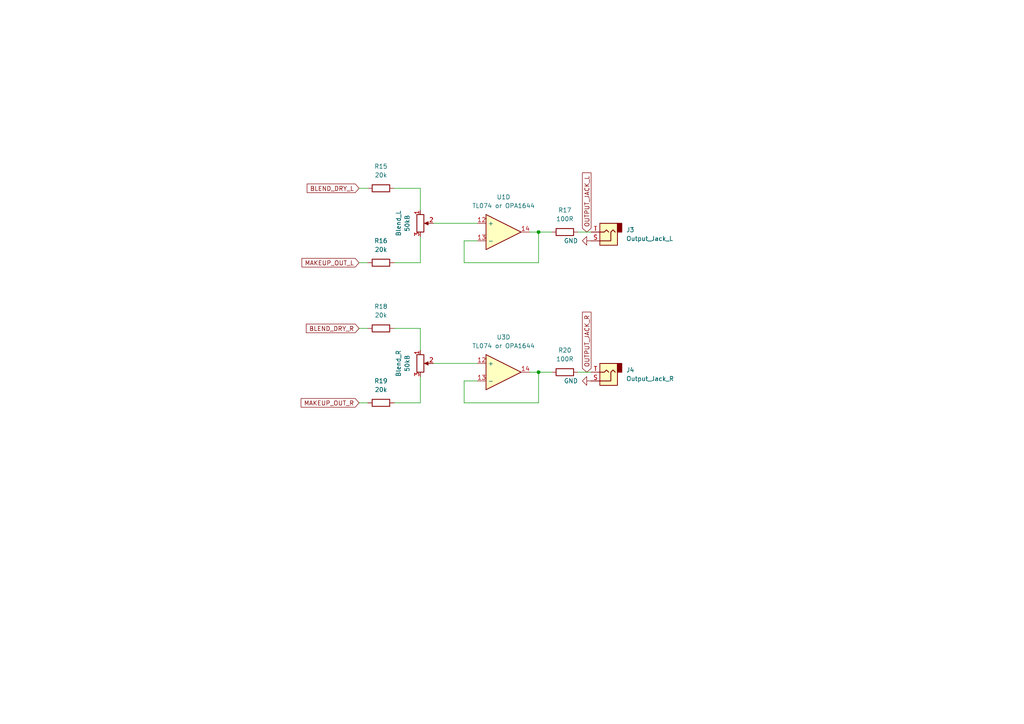
<source format=kicad_sch>
(kicad_sch (version 20250114) (generator "eeschema") (generator_version "9.0")
  (paper "A4")
  (lib_symbols
    (symbol "Connector_Audio:AudioJack2"
      (property "Reference" "J" (at 0 8.89 0))
      (property "Value" "AudioJack2" (at 0 6.35 0))
      (symbol "AudioJack2_0_1"
        (rectangle (start -3.81 0) (end -2.54 -2.54) (stroke (width 0.254)) (fill (type outline)))
        (rectangle (start -2.54 3.81) (end 2.54 -2.54) (stroke (width 0.254)) (fill (type background)))
        (polyline (pts (xy 0 0) (xy 0.635 -0.635) (xy 1.27 0) (xy 2.54 0)) (stroke (width 0.254)))
        (polyline (pts (xy 2.54 2.54) (xy -0.635 2.54) (xy -0.635 0) (xy -1.27 -0.635) (xy -1.905 0)) (stroke (width 0.254)))
      )
      (symbol "AudioJack2_1_1"
        (pin passive line (at 5.08 2.54 180) (length 2.54) (name "~") (number "S"))
        (pin passive line (at 5.08 0 180) (length 2.54) (name "~") (number "T"))
      )
    )
    (symbol "Device:Opamp_Quad"
      (property "Reference" "U" (at 0 5.08 0))
      (property "Value" "Opamp_Quad" (at 0 -5.08 0))
      (symbol "Opamp_Quad_1_1"
        (polyline (pts (xy -5.08 5.08) (xy 5.08 0) (xy -5.08 -5.08) (xy -5.08 5.08)) (stroke (width 0.254)) (fill (type background)))
        (pin input line (at -7.62 2.54 0) (length 2.54) (name "+") (number "3"))
        (pin input line (at -7.62 -2.54 0) (length 2.54) (name "-") (number "2"))
        (pin output line (at 7.62 0 180) (length 2.54) (name "~") (number "1"))
      )
      (symbol "Opamp_Quad_2_1"
        (polyline (pts (xy -5.08 5.08) (xy 5.08 0) (xy -5.08 -5.08) (xy -5.08 5.08)) (stroke (width 0.254)) (fill (type background)))
        (pin input line (at -7.62 2.54 0) (length 2.54) (name "+") (number "5"))
        (pin input line (at -7.62 -2.54 0) (length 2.54) (name "-") (number "6"))
        (pin output line (at 7.62 0 180) (length 2.54) (name "~") (number "7"))
      )
      (symbol "Opamp_Quad_3_1"
        (polyline (pts (xy -5.08 5.08) (xy 5.08 0) (xy -5.08 -5.08) (xy -5.08 5.08)) (stroke (width 0.254)) (fill (type background)))
        (pin input line (at -7.62 2.54 0) (length 2.54) (name "+") (number "10"))
        (pin input line (at -7.62 -2.54 0) (length 2.54) (name "-") (number "9"))
        (pin output line (at 7.62 0 180) (length 2.54) (name "~") (number "8"))
      )
      (symbol "Opamp_Quad_4_1"
        (polyline (pts (xy -5.08 5.08) (xy 5.08 0) (xy -5.08 -5.08) (xy -5.08 5.08)) (stroke (width 0.254)) (fill (type background)))
        (pin input line (at -7.62 2.54 0) (length 2.54) (name "+") (number "12"))
        (pin input line (at -7.62 -2.54 0) (length 2.54) (name "-") (number "13"))
        (pin output line (at 7.62 0 180) (length 2.54) (name "~") (number "14"))
      )
      (symbol "Opamp_Quad_5_1"
        (pin power_in line (at -2.54 7.62 270) (length 3.81) (name "V+") (number "4"))
        (pin power_in line (at -2.54 -7.62 90) (length 3.81) (name "V-") (number "11"))
      )
    )
    (symbol "Device:R" (pin_numbers (hide yes)) (pin_names (offset 0))
      (property "Reference" "R" (at 2.032 0 90))
      (property "Value" "R" (at 0 0 90))
      (symbol "R_0_1"
        (rectangle (start -1.016 -2.54) (end 1.016 2.54) (stroke (width 0.254)))
      )
      (symbol "R_1_1"
        (pin passive line (at 0 3.81 270) (length 1.27) (name "~") (number "1"))
        (pin passive line (at 0 -3.81 90) (length 1.27) (name "~") (number "2"))
      )
    )
    (symbol "Device:R_Potentiometer" (pin_names (offset 1.016) (hide yes))
      (property "Reference" "RV" (at -4.445 0 90))
      (property "Value" "R_Potentiometer" (at -2.54 0 90))
      (symbol "R_Potentiometer_0_1"
        (rectangle (start 1.016 2.54) (end -1.016 -2.54) (stroke (width 0.254)))
        (polyline (pts (xy 1.143 0) (xy 2.286 0.508) (xy 2.286 -0.508) (xy 1.143 0)) (fill (type outline)))
        (polyline (pts (xy 2.54 0) (xy 1.524 0)))
      )
      (symbol "R_Potentiometer_1_1"
        (pin passive line (at 0 3.81 270) (length 1.27) (name "1") (number "1"))
        (pin passive line (at 0 -3.81 90) (length 1.27) (name "3") (number "3"))
        (pin passive line (at 3.81 0 180) (length 1.27) (name "2") (number "2"))
      )
    )
    (symbol "power:GND" (power) (pin_numbers (hide yes)) (pin_names (offset 0) (hide yes))
      (property "Value" "GND" (at 0 -3.81 0))
      (symbol "GND_0_1"
        (polyline (pts (xy 0 0) (xy 0 -1.27) (xy 1.27 -1.27) (xy 0 -2.54) (xy -1.27 -1.27) (xy 0 -1.27)))
      )
      (symbol "GND_1_1"
        (pin power_in line (at 0 0 270) (length 0) (name "~") (number "1"))
      )
    )
  )
  (junction (at 156.21 107.95))
  (junction (at 156.21 67.31))
  (wire (pts (xy 104.14 54.61) (xy 106.68 54.61)))
  (wire (pts (xy 134.62 76.2) (xy 156.21 76.2)))
  (wire (pts (xy 114.3 116.84) (xy 121.92 116.84)))
  (wire (pts (xy 121.92 68.58) (xy 121.92 76.2)))
  (wire (pts (xy 134.62 116.84) (xy 156.21 116.84)))
  (wire (pts (xy 134.62 69.85) (xy 134.62 76.2)))
  (wire (pts (xy 167.64 67.31) (xy 171.45 67.31)))
  (wire (pts (xy 114.3 95.25) (xy 121.92 95.25)))
  (wire (pts (xy 114.3 76.2) (xy 121.92 76.2)))
  (wire (pts (xy 121.92 95.25) (xy 121.92 101.6)))
  (wire (pts (xy 114.3 54.61) (xy 121.92 54.61)))
  (wire (pts (xy 104.14 76.2) (xy 106.68 76.2)))
  (wire (pts (xy 167.64 107.95) (xy 171.45 107.95)))
  (wire (pts (xy 125.73 64.77) (xy 138.43 64.77)))
  (wire (pts (xy 156.21 67.31) (xy 160.02 67.31)))
  (wire (pts (xy 121.92 109.22) (xy 121.92 116.84)))
  (wire (pts (xy 104.14 116.84) (xy 106.68 116.84)))
  (wire (pts (xy 121.92 54.61) (xy 121.92 60.96)))
  (wire (pts (xy 125.73 105.41) (xy 138.43 105.41)))
  (wire (pts (xy 138.43 110.49) (xy 134.62 110.49)))
  (wire (pts (xy 156.21 116.84) (xy 156.21 107.95)))
  (wire (pts (xy 153.67 67.31) (xy 156.21 67.31)))
  (wire (pts (xy 138.43 69.85) (xy 134.62 69.85)))
  (wire (pts (xy 134.62 110.49) (xy 134.62 116.84)))
  (wire (pts (xy 156.21 76.2) (xy 156.21 67.31)))
  (wire (pts (xy 156.21 107.95) (xy 160.02 107.95)))
  (wire (pts (xy 153.67 107.95) (xy 156.21 107.95)))
  (wire (pts (xy 104.14 95.25) (xy 106.68 95.25)))
  (global_label "BLEND_DRY_L" (shape input) (at 104.14 54.61 180) (property "Intersheetrefs" "${INTERSHEET_REFS}" (effects (hide yes))))
  (global_label "OUTPUT_JACK_L" (shape input) (at 170.18 67.31 90) (property "Intersheetrefs" "${INTERSHEET_REFS}" (effects (hide yes))))
  (global_label "BLEND_DRY_R" (shape input) (at 104.14 95.25 180) (property "Intersheetrefs" "${INTERSHEET_REFS}" (effects (hide yes))))
  (global_label "MAKEUP_OUT_R" (shape input) (at 104.14 116.84 180) (property "Intersheetrefs" "${INTERSHEET_REFS}" (effects (hide yes))))
  (global_label "OUTPUT_JACK_R" (shape input) (at 170.18 107.95 90) (property "Intersheetrefs" "${INTERSHEET_REFS}" (effects (hide yes))))
  (global_label "MAKEUP_OUT_L" (shape input) (at 104.14 76.2 180) (property "Intersheetrefs" "${INTERSHEET_REFS}" (effects (hide yes))))
  (symbol (lib_id "Device:R") (at 110.49 116.84 90) (unit 1)
    (property "Reference" "R19" (at 110.49 110.49 90))
    (property "Value" "20k" (at 110.49 113.03 90))
    (property "Footprint" "Resistor_THT:R_Axial_DIN0207_L6.3mm_D2.5mm_P2.54mm_Vertical" (effects (hide yes)))
    (property "Description" "Resistor" (effects (hide yes)))
  )
  (symbol (lib_id "Device:R") (at 110.49 95.25 90) (unit 1)
    (property "Reference" "R18" (at 110.49 88.9 90))
    (property "Value" "20k" (at 110.49 91.44 90))
    (property "Footprint" "Resistor_THT:R_Axial_DIN0207_L6.3mm_D2.5mm_P2.54mm_Vertical" (effects (hide yes)))
    (property "Description" "Resistor" (effects (hide yes)))
  )
  (symbol (lib_id "Device:R_Potentiometer") (at 121.92 105.41 0) (unit 1)
    (property "Reference" "Blend_R" (at 115.57 105.41 90))
    (property "Value" "50kB" (at 118.11 105.41 90))
    (property "Footprint" "Connector_PinHeader_2.54mm:PinHeader_1x03_P2.54mm_Vertical" (effects (hide yes)))
    (property "Description" "Make Up Gain" (effects (hide yes)))
  )
  (symbol (lib_id "Device:R") (at 163.83 107.95 90) (unit 1)
    (property "Reference" "R20" (at 163.83 101.6 90))
    (property "Value" "100R" (at 163.83 104.14 90))
    (property "Footprint" "Resistor_THT:R_Axial_DIN0207_L6.3mm_D2.5mm_P2.54mm_Vertical" (effects (hide yes)))
    (property "Description" "Resistor" (effects (hide yes)))
  )
  (symbol (lib_id "Device:R") (at 110.49 54.61 90) (unit 1)
    (property "Reference" "R15" (at 110.49 48.26 90))
    (property "Value" "20k" (at 110.49 50.8 90))
    (property "Footprint" "Resistor_THT:R_Axial_DIN0207_L6.3mm_D2.5mm_P2.54mm_Vertical" (effects (hide yes)))
    (property "Description" "Resistor" (effects (hide yes)))
  )
  (symbol (lib_id "Connector_Audio:AudioJack2") (at 176.53 67.31 180) (unit 1)
    (property "Reference" "J3" (at 181.61 66.6749 0) (effects (justify right)))
    (property "Value" "Output_Jack_L" (at 181.61 69.2149 0) (effects (justify right)))
    (property "Footprint" "Connector_PinHeader_2.54mm:PinHeader_1x02_P2.54mm_Vertical" (effects (hide yes)))
    (property "Description" "Audio Jack, 2 Poles (Mono / TS)" (effects (hide yes)))
  )
  (symbol (lib_id "Device:Opamp_Quad") (at 146.05 107.95 0) (unit 4)
    (property "Reference" "U3" (at 146.05 97.79 0))
    (property "Value" "TL074 or OPA1644" (at 146.05 100.33 0))
    (property "Description" "Quad operational amplifier" (effects (hide yes)))
    (property "Sim.Library" "${KICAD9_SYMBOL_DIR}/Simulation_SPICE.sp" (effects (hide yes)))
    (property "Sim.Name" "kicad_builtin_opamp_quad" (effects (hide yes)))
    (property "Sim.Device" "SUBCKT" (effects (hide yes)))
    (property "Sim.Pins" "1=out1 2=in1- 3=in1+ 4=vcc 5=in2+ 6=in2- 7=out2 8=out3 9=in3- 10=in3+ 11=vee 12=in4+ 13=in4- 14=out4" (effects (hide yes)))
  )
  (symbol (lib_id "power:GND") (at 171.45 110.49 270) (unit 1)
    (property "Reference" "#PWR019" (effects (hide yes)))
    (property "Value" "GND" (at 167.64 110.4899 90) (effects (justify right)))
    (property "Description" "Power symbol creates a global label with name \"GND\" , ground" (effects (hide yes)))
  )
  (symbol (lib_id "Device:R") (at 110.49 76.2 90) (unit 1)
    (property "Reference" "R16" (at 110.49 69.85 90))
    (property "Value" "20k" (at 110.49 72.39 90))
    (property "Footprint" "Resistor_THT:R_Axial_DIN0207_L6.3mm_D2.5mm_P2.54mm_Vertical" (effects (hide yes)))
    (property "Description" "Resistor" (effects (hide yes)))
  )
  (symbol (lib_id "Device:Opamp_Quad") (at 146.05 67.31 0) (unit 4)
    (property "Reference" "U1" (at 146.05 57.15 0))
    (property "Value" "TL074 or OPA1644" (at 146.05 59.69 0))
    (property "Footprint" "Package_DIP:DIP-14_W7.62mm_Socket" (effects (hide yes)))
    (property "Description" "Quad operational amplifier" (effects (hide yes)))
    (property "Sim.Library" "${KICAD9_SYMBOL_DIR}/Simulation_SPICE.sp" (effects (hide yes)))
    (property "Sim.Name" "kicad_builtin_opamp_quad" (effects (hide yes)))
    (property "Sim.Device" "SUBCKT" (effects (hide yes)))
    (property "Sim.Pins" "1=out1 2=in1- 3=in1+ 4=vcc 5=in2+ 6=in2- 7=out2 8=out3 9=in3- 10=in3+ 11=vee 12=in4+ 13=in4- 14=out4" (effects (hide yes)))
  )
  (symbol (lib_id "power:GND") (at 171.45 69.85 270) (unit 1)
    (property "Reference" "#PWR018" (effects (hide yes)))
    (property "Value" "GND" (at 167.64 69.8499 90) (effects (justify right)))
    (property "Description" "Power symbol creates a global label with name \"GND\" , ground" (effects (hide yes)))
  )
  (symbol (lib_id "Device:R") (at 163.83 67.31 90) (unit 1)
    (property "Reference" "R17" (at 163.83 60.96 90))
    (property "Value" "100R" (at 163.83 63.5 90))
    (property "Footprint" "Resistor_THT:R_Axial_DIN0207_L6.3mm_D2.5mm_P2.54mm_Vertical" (effects (hide yes)))
    (property "Description" "Resistor" (effects (hide yes)))
  )
  (symbol (lib_id "Device:R_Potentiometer") (at 121.92 64.77 0) (unit 1)
    (property "Reference" "Blend_L" (at 115.57 64.77 90))
    (property "Value" "50kB" (at 118.11 64.77 90))
    (property "Footprint" "Connector_PinHeader_2.54mm:PinHeader_1x03_P2.54mm_Vertical" (effects (hide yes)))
    (property "Description" "Make Up Gain" (effects (hide yes)))
  )
  (symbol (lib_id "Connector_Audio:AudioJack2") (at 176.53 107.95 180) (unit 1)
    (property "Reference" "J4" (at 181.61 107.3149 0) (effects (justify right)))
    (property "Value" "Output_Jack_R" (at 181.61 109.8549 0) (effects (justify right)))
    (property "Footprint" "Connector_PinHeader_2.54mm:PinHeader_1x02_P2.54mm_Vertical" (effects (hide yes)))
    (property "Description" "Audio Jack, 2 Poles (Mono / TS)" (effects (hide yes)))
  )
)
</source>
